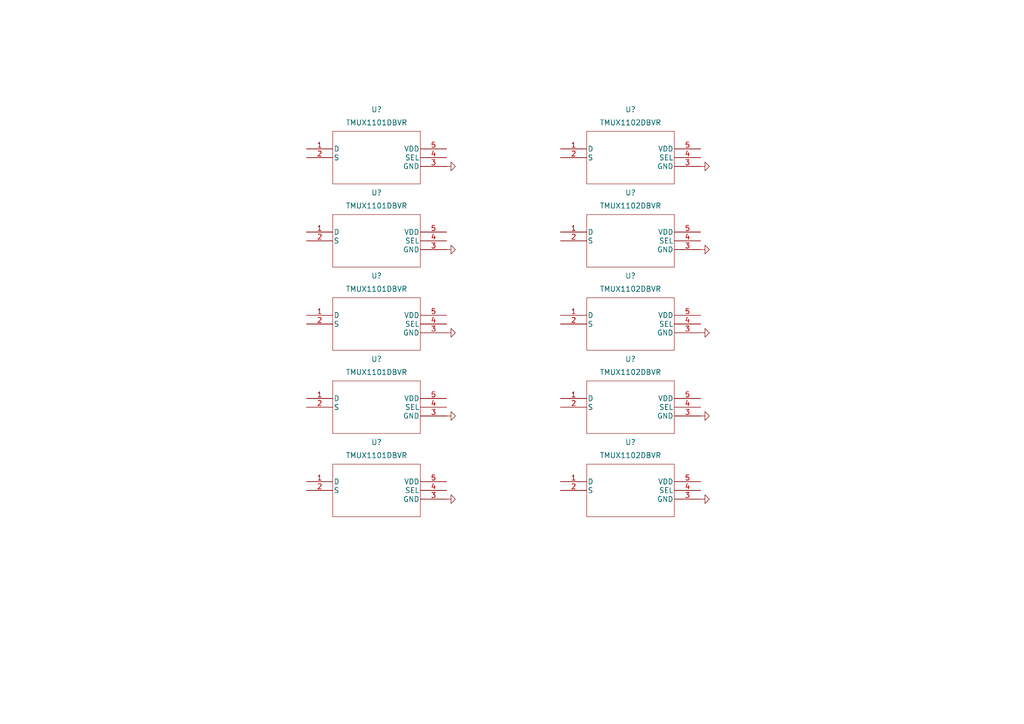
<source format=kicad_sch>
(kicad_sch (version 20211123) (generator eeschema)
  (paper "A4")
  (lib_symbols
    (symbol "TMUX1101:TMUX1101DBVR" (pin_names (offset 0.254))
      (property "Reference" "U" (at 20.32 10.16 0))
      (property "Value" "TMUX1101DBVR" (at 20.32 7.62 0))
      (symbol "TMUX1101DBVR_1_1"
        (polyline (pts (xy 7.62 -10.16) (xy 33.02 -10.16)) (stroke (width 0.127)))
        (polyline (pts (xy 7.62 5.08) (xy 7.62 -10.16)) (stroke (width 0.127)))
        (polyline (pts (xy 33.02 -10.16) (xy 33.02 5.08)) (stroke (width 0.127)))
        (polyline (pts (xy 33.02 5.08) (xy 7.62 5.08)) (stroke (width 0.127)))
        (pin bidirectional line (at 0 0 0) (length 7.62) (name "D") (number "1"))
        (pin bidirectional line (at 0 -2.54 0) (length 7.62) (name "S") (number "2"))
        (pin power_in line (at 40.64 -5.08 180) (length 7.62) (name "GND") (number "3"))
        (pin input line (at 40.64 -2.54 180) (length 7.62) (name "SEL") (number "4"))
        (pin power_in line (at 40.64 0 180) (length 7.62) (name "VDD") (number "5"))
      )
    )
    (symbol "TMUX1102:TMUX1102DBVR" (pin_names (offset 0.254))
      (property "Reference" "U" (at 20.32 10.16 0))
      (property "Value" "TMUX1102DBVR" (at 20.32 7.62 0))
      (symbol "TMUX1102DBVR_1_1"
        (polyline (pts (xy 7.62 -10.16) (xy 33.02 -10.16)) (stroke (width 0.127)))
        (polyline (pts (xy 7.62 5.08) (xy 7.62 -10.16)) (stroke (width 0.127)))
        (polyline (pts (xy 33.02 -10.16) (xy 33.02 5.08)) (stroke (width 0.127)))
        (polyline (pts (xy 33.02 5.08) (xy 7.62 5.08)) (stroke (width 0.127)))
        (pin unspecified line (at 0 0 0) (length 7.62) (name "D") (number "1"))
        (pin unspecified line (at 0 -2.54 0) (length 7.62) (name "S") (number "2"))
        (pin power_in line (at 40.64 -5.08 180) (length 7.62) (name "GND") (number "3"))
        (pin unspecified line (at 40.64 -2.54 180) (length 7.62) (name "SEL") (number "4"))
        (pin power_in line (at 40.64 0 180) (length 7.62) (name "VDD") (number "5"))
      )
    )
    (symbol "power:GND" (power) (pin_names (offset 0))
      (property "Value" "GND" (at 0 -3.81 0))
      (symbol "GND_0_1"
        (polyline (pts (xy 0 0) (xy 0 -1.27) (xy 1.27 -1.27) (xy 0 -2.54) (xy -1.27 -1.27) (xy 0 -1.27)))
      )
      (symbol "GND_1_1"
        (pin power_in line (at 0 0 270) (length 0) hide (name "GND") (number "1"))
      )
    )
  )
  (symbol (lib_id "power:GND") (at 203.2 96.52 90) (unit 1)
    (property "Reference" "#PWR?" (effects hide))
    (property "Value" "GND" (effects hide))
  )
  (symbol (lib_id "TMUX1102:TMUX1102DBVR") (at 162.56 43.18 0) (unit 1)
    (property "Reference" "U?" (at 182.88 31.75 0) (effects (font (size 1.524 1.524))))
    (property "Value" "TMUX1102DBVR" (at 182.88 35.56 0) (effects (font (size 1.524 1.524))))
    (property "Footprint" "SOT-23-5_1P6X2P9_THT" (effects hide))
  )
  (symbol (lib_id "TMUX1102:TMUX1102DBVR") (at 162.56 67.31 0) (unit 1)
    (property "Reference" "U?" (at 182.88 55.88 0) (effects (font (size 1.524 1.524))))
    (property "Value" "TMUX1102DBVR" (at 182.88 59.69 0) (effects (font (size 1.524 1.524))))
    (property "Footprint" "SOT-23-5_1P6X2P9_THT" (effects hide))
  )
  (symbol (lib_id "power:GND") (at 203.2 48.26 90) (unit 1)
    (property "Reference" "#PWR?" (effects hide))
    (property "Value" "GND" (effects hide))
  )
  (symbol (lib_id "TMUX1102:TMUX1102DBVR") (at 162.56 115.57 0) (unit 1)
    (property "Reference" "U?" (at 182.88 104.14 0) (effects (font (size 1.524 1.524))))
    (property "Value" "TMUX1102DBVR" (at 182.88 107.95 0) (effects (font (size 1.524 1.524))))
    (property "Footprint" "SOT-23-5_1P6X2P9_THT" (effects hide))
  )
  (symbol (lib_id "TMUX1101:TMUX1101DBVR") (at 88.9 91.44 0) (unit 1)
    (property "Reference" "U?" (at 109.22 80.01 0) (effects (font (size 1.524 1.524))))
    (property "Value" "TMUX1101DBVR" (at 109.22 83.82 0) (effects (font (size 1.524 1.524))))
    (property "Footprint" "SOT-23-5_DBV_TEX" (effects hide))
  )
  (symbol (lib_id "TMUX1101:TMUX1101DBVR") (at 88.9 139.7 0) (unit 1)
    (property "Reference" "U?" (at 109.22 128.27 0) (effects (font (size 1.524 1.524))))
    (property "Value" "TMUX1101DBVR" (at 109.22 132.08 0) (effects (font (size 1.524 1.524))))
    (property "Footprint" "SOT-23-5_DBV_TEX" (effects hide))
  )
  (symbol (lib_id "power:GND") (at 129.54 96.52 90) (unit 1)
    (property "Reference" "#PWR?" (effects hide))
    (property "Value" "GND" (effects hide))
  )
  (symbol (lib_id "power:GND") (at 203.2 72.39 90) (unit 1)
    (property "Reference" "#PWR?" (effects hide))
    (property "Value" "GND" (effects hide))
  )
  (symbol (lib_id "power:GND") (at 203.2 120.65 90) (unit 1)
    (property "Reference" "#PWR?" (effects hide))
    (property "Value" "GND" (effects hide))
  )
  (symbol (lib_id "power:GND") (at 129.54 120.65 90) (unit 1)
    (property "Reference" "#PWR?" (effects hide))
    (property "Value" "GND" (effects hide))
  )
  (symbol (lib_id "power:GND") (at 129.54 72.39 90) (unit 1)
    (property "Reference" "#PWR?" (effects hide))
    (property "Value" "GND" (effects hide))
  )
  (symbol (lib_id "TMUX1102:TMUX1102DBVR") (at 162.56 91.44 0) (unit 1)
    (property "Reference" "U?" (at 182.88 80.01 0) (effects (font (size 1.524 1.524))))
    (property "Value" "TMUX1102DBVR" (at 182.88 83.82 0) (effects (font (size 1.524 1.524))))
    (property "Footprint" "SOT-23-5_1P6X2P9_THT" (effects hide))
  )
  (symbol (lib_id "TMUX1101:TMUX1101DBVR") (at 88.9 43.18 0) (unit 1)
    (property "Reference" "U?" (at 109.22 31.75 0) (effects (font (size 1.524 1.524))))
    (property "Value" "TMUX1101DBVR" (at 109.22 35.56 0) (effects (font (size 1.524 1.524))))
    (property "Footprint" "SOT-23-5_DBV_TEX" (effects hide))
  )
  (symbol (lib_id "power:GND") (at 129.54 144.78 90) (unit 1)
    (property "Reference" "#PWR?" (effects hide))
    (property "Value" "GND" (effects hide))
  )
  (symbol (lib_id "power:GND") (at 129.54 48.26 90) (unit 1)
    (property "Reference" "#PWR?" (effects hide))
    (property "Value" "GND" (effects hide))
  )
  (symbol (lib_id "power:GND") (at 203.2 144.78 90) (unit 1)
    (property "Reference" "#PWR?" (effects hide))
    (property "Value" "GND" (effects hide))
  )
  (symbol (lib_id "TMUX1102:TMUX1102DBVR") (at 162.56 139.7 0) (unit 1)
    (property "Reference" "U?" (at 182.88 128.27 0) (effects (font (size 1.524 1.524))))
    (property "Value" "TMUX1102DBVR" (at 182.88 132.08 0) (effects (font (size 1.524 1.524))))
    (property "Footprint" "SOT-23-5_1P6X2P9_THT" (effects hide))
  )
  (symbol (lib_id "TMUX1101:TMUX1101DBVR") (at 88.9 115.57 0) (unit 1)
    (property "Reference" "U?" (at 109.22 104.14 0) (effects (font (size 1.524 1.524))))
    (property "Value" "TMUX1101DBVR" (at 109.22 107.95 0) (effects (font (size 1.524 1.524))))
    (property "Footprint" "SOT-23-5_DBV_TEX" (effects hide))
  )
  (symbol (lib_id "TMUX1101:TMUX1101DBVR") (at 88.9 67.31 0) (unit 1)
    (property "Reference" "U?" (at 109.22 55.88 0) (effects (font (size 1.524 1.524))))
    (property "Value" "TMUX1101DBVR" (at 109.22 59.69 0) (effects (font (size 1.524 1.524))))
    (property "Footprint" "SOT-23-5_DBV_TEX" (effects hide))
  )
)
</source>
